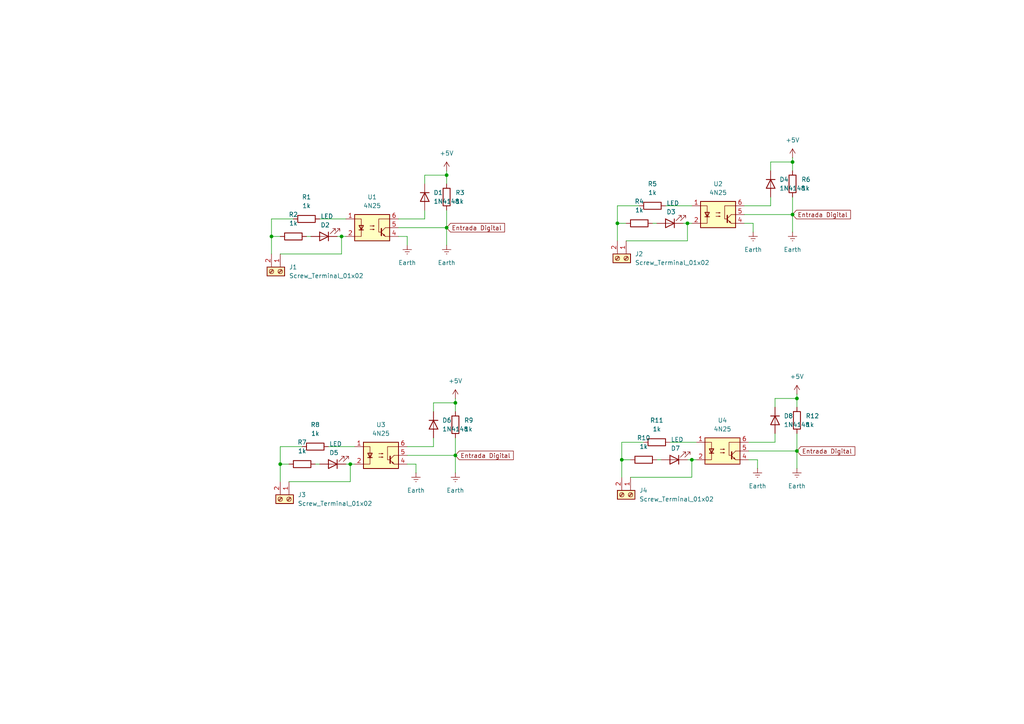
<source format=kicad_sch>
(kicad_sch (version 20231120) (generator "eeschema") (generator_version "8.0")
  (paper "A4")
  (lib_symbols
    (symbol "Connector:Screw_Terminal_01x02" (pin_names (offset 1.016) hide)
      (property "Reference" "J" (at 0 2.54 0))
      (property "Value" "Screw_Terminal_01x02" (at 0 -5.08 0))
      (symbol "Screw_Terminal_01x02_1_1"
        (rectangle (start -1.27 1.27) (end 1.27 -3.81) (stroke (width 0.254)) (fill (type background)))
        (circle (center 0 -2.54) (radius 0.635) (stroke (width 0.1524)))
        (polyline (pts (xy -0.5334 -2.2098) (xy 0.3302 -3.048)) (stroke (width 0.1524)))
        (polyline (pts (xy -0.5334 0.3302) (xy 0.3302 -0.508)) (stroke (width 0.1524)))
        (polyline (pts (xy -0.3556 -2.032) (xy 0.508 -2.8702)) (stroke (width 0.1524)))
        (polyline (pts (xy -0.3556 0.508) (xy 0.508 -0.3302)) (stroke (width 0.1524)))
        (circle (center 0 0) (radius 0.635) (stroke (width 0.1524)))
        (pin passive line (at -5.08 0 0) (length 3.81) (name "Pin_1") (number "1"))
        (pin passive line (at -5.08 -2.54 0) (length 3.81) (name "Pin_2") (number "2"))
      )
    )
    (symbol "Device:LED" (pin_numbers hide) (pin_names (offset 1.016) hide)
      (property "Reference" "D" (at 0 2.54 0))
      (property "Value" "LED" (at 0 -2.54 0))
      (symbol "LED_0_1"
        (polyline (pts (xy -1.27 -1.27) (xy -1.27 1.27)) (stroke (width 0.254)))
        (polyline (pts (xy -1.27 0) (xy 1.27 0)))
        (polyline (pts (xy 1.27 -1.27) (xy 1.27 1.27) (xy -1.27 0) (xy 1.27 -1.27)) (stroke (width 0.254)))
        (polyline (pts (xy -3.048 -0.762) (xy -4.572 -2.286) (xy -3.81 -2.286) (xy -4.572 -2.286) (xy -4.572 -1.524)))
        (polyline (pts (xy -1.778 -0.762) (xy -3.302 -2.286) (xy -2.54 -2.286) (xy -3.302 -2.286) (xy -3.302 -1.524)))
      )
      (symbol "LED_1_1"
        (pin passive line (at -3.81 0 0) (length 2.54) (name "K") (number "1"))
        (pin passive line (at 3.81 0 180) (length 2.54) (name "A") (number "2"))
      )
    )
    (symbol "Device:R" (pin_numbers hide) (pin_names (offset 0))
      (property "Reference" "R" (at 2.032 0 90))
      (property "Value" "R" (at 0 0 90))
      (symbol "R_0_1"
        (rectangle (start -1.016 -2.54) (end 1.016 2.54) (stroke (width 0.254)))
      )
      (symbol "R_1_1"
        (pin passive line (at 0 3.81 270) (length 1.27) (name "~") (number "1"))
        (pin passive line (at 0 -3.81 90) (length 1.27) (name "~") (number "2"))
      )
    )
    (symbol "Diode:1N4148" (pin_numbers hide) (pin_names hide)
      (property "Reference" "D" (at 0 2.54 0))
      (property "Value" "1N4148" (at 0 -2.54 0))
      (symbol "1N4148_0_1"
        (polyline (pts (xy -1.27 1.27) (xy -1.27 -1.27)) (stroke (width 0.254)))
        (polyline (pts (xy 1.27 0) (xy -1.27 0)))
        (polyline (pts (xy 1.27 1.27) (xy 1.27 -1.27) (xy -1.27 0) (xy 1.27 1.27)) (stroke (width 0.254)))
      )
      (symbol "1N4148_1_1"
        (pin passive line (at -3.81 0 0) (length 2.54) (name "K") (number "1"))
        (pin passive line (at 3.81 0 180) (length 2.54) (name "A") (number "2"))
      )
    )
    (symbol "Isolator:4N25" (pin_names (offset 1.016))
      (property "Reference" "U" (at -5.08 5.08 0))
      (property "Value" "4N25" (at 0 5.08 0))
      (symbol "4N25_0_1"
        (rectangle (start -5.08 3.81) (end 5.08 -3.81) (stroke (width 0.254)) (fill (type background)))
        (polyline (pts (xy -3.81 -0.635) (xy -2.54 -0.635)) (stroke (width 0.254)))
        (polyline (pts (xy 2.667 -1.397) (xy 3.81 -2.54)))
        (polyline (pts (xy 2.667 -1.143) (xy 3.81 0)))
        (polyline (pts (xy 3.81 -2.54) (xy 5.08 -2.54)))
        (polyline (pts (xy 3.81 0) (xy 5.08 0)))
        (polyline (pts (xy 2.667 -0.254) (xy 2.667 -2.286) (xy 2.667 -2.286)) (stroke (width 0.3556)))
        (polyline (pts (xy -5.08 -2.54) (xy -3.175 -2.54) (xy -3.175 2.54) (xy -5.08 2.54)))
        (polyline (pts (xy -3.175 -0.635) (xy -3.81 0.635) (xy -2.54 0.635) (xy -3.175 -0.635)) (stroke (width 0.254)))
        (polyline (pts (xy 3.683 -2.413) (xy 3.429 -1.905) (xy 3.175 -2.159) (xy 3.683 -2.413)))
        (polyline (pts (xy 5.08 2.54) (xy 1.905 2.54) (xy 1.905 -1.27) (xy 2.54 -1.27)))
        (polyline (pts (xy -0.635 -0.508) (xy 0.635 -0.508) (xy 0.254 -0.635) (xy 0.254 -0.381) (xy 0.635 -0.508)))
        (polyline (pts (xy -0.635 0.508) (xy 0.635 0.508) (xy 0.254 0.381) (xy 0.254 0.635) (xy 0.635 0.508)))
      )
      (symbol "4N25_1_1"
        (pin passive line (at -7.62 2.54 0) (length 2.54) (name "~") (number "1"))
        (pin passive line (at -7.62 -2.54 0) (length 2.54) (name "~") (number "2"))
        (pin no_connect line (at -5.08 0 0) (length 2.54) hide (name "NC") (number "3"))
        (pin passive line (at 7.62 -2.54 180) (length 2.54) (name "~") (number "4"))
        (pin passive line (at 7.62 0 180) (length 2.54) (name "~") (number "5"))
        (pin passive line (at 7.62 2.54 180) (length 2.54) (name "~") (number "6"))
      )
    )
    (symbol "power:+5V" (power) (pin_numbers hide) (pin_names (offset 0) hide)
      (property "Value" "+5V" (at 0 3.556 0))
      (symbol "+5V_0_1"
        (polyline (pts (xy -0.762 1.27) (xy 0 2.54)))
        (polyline (pts (xy 0 0) (xy 0 2.54)))
        (polyline (pts (xy 0 2.54) (xy 0.762 1.27)))
      )
      (symbol "+5V_1_1"
        (pin power_in line (at 0 0 90) (length 0) (name "~") (number "1"))
      )
    )
    (symbol "power:Earth" (power) (pin_numbers hide) (pin_names (offset 0) hide)
      (property "Value" "Earth" (at 0 -3.81 0))
      (symbol "Earth_0_1"
        (polyline (pts (xy -0.635 -1.905) (xy 0.635 -1.905)))
        (polyline (pts (xy -0.127 -2.54) (xy 0.127 -2.54)))
        (polyline (pts (xy 0 -1.27) (xy 0 0)))
        (polyline (pts (xy 1.27 -1.27) (xy -1.27 -1.27)))
      )
      (symbol "Earth_1_1"
        (pin power_in line (at 0 0 270) (length 0) (name "~") (number "1"))
      )
    )
  )
  (junction (at 81.28 134.62))
  (junction (at 101.6 134.62))
  (junction (at 231.14 115.57))
  (junction (at 180.34 133.35))
  (junction (at 129.54 50.8))
  (junction (at 132.08 132.08))
  (junction (at 78.74 68.58))
  (junction (at 132.08 116.84))
  (junction (at 199.39 64.77))
  (junction (at 99.06 68.58))
  (junction (at 229.87 46.99))
  (junction (at 231.14 130.81))
  (junction (at 179.07 64.77))
  (junction (at 200.66 133.35))
  (junction (at 129.54 66.04))
  (junction (at 229.87 62.23))
  (wire (pts (xy 179.07 64.77) (xy 181.61 64.77)))
  (wire (pts (xy 231.14 115.57) (xy 231.14 118.11)))
  (wire (pts (xy 189.23 64.77) (xy 190.5 64.77)))
  (wire (pts (xy 231.14 125.73) (xy 231.14 130.81)))
  (wire (pts (xy 180.34 128.27) (xy 186.69 128.27)))
  (wire (pts (xy 132.08 116.84) (xy 132.08 119.38)))
  (wire (pts (xy 99.06 73.66) (xy 99.06 68.58)))
  (wire (pts (xy 199.39 69.85) (xy 199.39 64.77)))
  (wire (pts (xy 81.28 73.66) (xy 99.06 73.66)))
  (wire (pts (xy 180.34 128.27) (xy 180.34 133.35)))
  (wire (pts (xy 78.74 63.5) (xy 85.09 63.5)))
  (wire (pts (xy 88.9 68.58) (xy 90.17 68.58)))
  (wire (pts (xy 78.74 68.58) (xy 81.28 68.58)))
  (wire (pts (xy 199.39 64.77) (xy 200.66 64.77)))
  (wire (pts (xy 78.74 63.5) (xy 78.74 68.58)))
  (wire (pts (xy 199.39 133.35) (xy 200.66 133.35)))
  (wire (pts (xy 182.88 138.43) (xy 200.66 138.43)))
  (wire (pts (xy 194.31 128.27) (xy 201.93 128.27)))
  (wire (pts (xy 83.82 139.7) (xy 101.6 139.7)))
  (wire (pts (xy 132.08 127) (xy 132.08 132.08)))
  (wire (pts (xy 81.28 129.54) (xy 87.63 129.54)))
  (wire (pts (xy 231.14 130.81) (xy 231.14 135.89)))
  (wire (pts (xy 99.06 68.58) (xy 100.33 68.58)))
  (wire (pts (xy 81.28 129.54) (xy 81.28 134.62)))
  (wire (pts (xy 118.11 68.58) (xy 118.11 71.12)))
  (wire (pts (xy 78.74 68.58) (xy 78.74 73.66)))
  (wire (pts (xy 218.44 64.77) (xy 218.44 67.31)))
  (wire (pts (xy 229.87 62.23) (xy 229.87 67.31)))
  (wire (pts (xy 97.79 68.58) (xy 99.06 68.58)))
  (wire (pts (xy 180.34 133.35) (xy 182.88 133.35)))
  (wire (pts (xy 132.08 132.08) (xy 132.08 137.16)))
  (wire (pts (xy 217.17 130.81) (xy 231.14 130.81)))
  (wire (pts (xy 81.28 134.62) (xy 83.82 134.62)))
  (wire (pts (xy 115.57 68.58) (xy 118.11 68.58)))
  (wire (pts (xy 224.79 118.11) (xy 224.79 115.57)))
  (wire (pts (xy 118.11 134.62) (xy 120.65 134.62)))
  (wire (pts (xy 129.54 60.96) (xy 129.54 66.04)))
  (wire (pts (xy 125.73 116.84) (xy 132.08 116.84)))
  (wire (pts (xy 224.79 115.57) (xy 231.14 115.57)))
  (wire (pts (xy 179.07 59.69) (xy 185.42 59.69)))
  (wire (pts (xy 223.52 59.69) (xy 215.9 59.69)))
  (wire (pts (xy 217.17 133.35) (xy 219.71 133.35)))
  (wire (pts (xy 125.73 119.38) (xy 125.73 116.84)))
  (wire (pts (xy 200.66 133.35) (xy 201.93 133.35)))
  (wire (pts (xy 180.34 133.35) (xy 180.34 138.43)))
  (wire (pts (xy 115.57 66.04) (xy 129.54 66.04)))
  (wire (pts (xy 229.87 45.72) (xy 229.87 46.99)))
  (wire (pts (xy 81.28 134.62) (xy 81.28 139.7)))
  (wire (pts (xy 100.33 134.62) (xy 101.6 134.62)))
  (wire (pts (xy 229.87 46.99) (xy 229.87 49.53)))
  (wire (pts (xy 101.6 139.7) (xy 101.6 134.62)))
  (wire (pts (xy 223.52 49.53) (xy 223.52 46.99)))
  (wire (pts (xy 129.54 66.04) (xy 129.54 71.12)))
  (wire (pts (xy 200.66 138.43) (xy 200.66 133.35)))
  (wire (pts (xy 219.71 133.35) (xy 219.71 135.89)))
  (wire (pts (xy 118.11 132.08) (xy 132.08 132.08)))
  (wire (pts (xy 125.73 129.54) (xy 118.11 129.54)))
  (wire (pts (xy 224.79 125.73) (xy 224.79 128.27)))
  (wire (pts (xy 223.52 57.15) (xy 223.52 59.69)))
  (wire (pts (xy 92.71 63.5) (xy 100.33 63.5)))
  (wire (pts (xy 190.5 133.35) (xy 191.77 133.35)))
  (wire (pts (xy 181.61 69.85) (xy 199.39 69.85)))
  (wire (pts (xy 95.25 129.54) (xy 102.87 129.54)))
  (wire (pts (xy 129.54 50.8) (xy 129.54 53.34)))
  (wire (pts (xy 125.73 127) (xy 125.73 129.54)))
  (wire (pts (xy 215.9 62.23) (xy 229.87 62.23)))
  (wire (pts (xy 132.08 115.57) (xy 132.08 116.84)))
  (wire (pts (xy 123.19 60.96) (xy 123.19 63.5)))
  (wire (pts (xy 120.65 134.62) (xy 120.65 137.16)))
  (wire (pts (xy 223.52 46.99) (xy 229.87 46.99)))
  (wire (pts (xy 123.19 50.8) (xy 129.54 50.8)))
  (wire (pts (xy 215.9 64.77) (xy 218.44 64.77)))
  (wire (pts (xy 179.07 59.69) (xy 179.07 64.77)))
  (wire (pts (xy 229.87 57.15) (xy 229.87 62.23)))
  (wire (pts (xy 91.44 134.62) (xy 92.71 134.62)))
  (wire (pts (xy 198.12 64.77) (xy 199.39 64.77)))
  (wire (pts (xy 231.14 114.3) (xy 231.14 115.57)))
  (wire (pts (xy 123.19 53.34) (xy 123.19 50.8)))
  (wire (pts (xy 101.6 134.62) (xy 102.87 134.62)))
  (wire (pts (xy 123.19 63.5) (xy 115.57 63.5)))
  (wire (pts (xy 129.54 49.53) (xy 129.54 50.8)))
  (wire (pts (xy 179.07 64.77) (xy 179.07 69.85)))
  (wire (pts (xy 224.79 128.27) (xy 217.17 128.27)))
  (wire (pts (xy 193.04 59.69) (xy 200.66 59.69)))
  (global_label "Entrada Digital" (shape input) (at 129.54 66.04 0) (property "Intersheetrefs" "${INTERSHEET_REFS}" (effects (hide yes))))
  (global_label "Entrada Digital" (shape input) (at 229.87 62.23 0) (property "Intersheetrefs" "${INTERSHEET_REFS}" (effects (hide yes))))
  (global_label "Entrada Digital" (shape input) (at 132.08 132.08 0) (property "Intersheetrefs" "${INTERSHEET_REFS}" (effects (hide yes))))
  (global_label "Entrada Digital" (shape input) (at 231.14 130.81 0) (property "Intersheetrefs" "${INTERSHEET_REFS}" (effects (hide yes))))
  (symbol (lib_id "Device:R") (at 87.63 134.62 90) (unit 1)
    (property "Reference" "R7" (at 87.63 128.27 90))
    (property "Value" "1k" (at 87.63 130.81 90))
    (property "Description" "Resistor" (effects (hide yes)))
  )
  (symbol (lib_id "Device:LED") (at 96.52 134.62 180) (unit 1)
    (property "Reference" "D5" (at 95.504 131.318 0) (effects (justify right)))
    (property "Value" "LED" (at 95.504 128.778 0) (effects (justify right)))
    (property "Description" "Light emitting diode" (effects (hide yes)))
  )
  (symbol (lib_id "power:Earth") (at 231.14 135.89 0) (mirror y) (unit 1)
    (property "Reference" "#PWR012" (effects (hide yes)))
    (property "Value" "Earth" (at 231.14 140.97 0))
    (property "Description" "Power symbol creates a global label with name \"Earth\"" (effects (hide yes)))
  )
  (symbol (lib_id "Connector:Screw_Terminal_01x02") (at 182.88 143.51 270) (unit 1)
    (property "Reference" "J4" (at 185.42 142.2399 90) (effects (justify left)))
    (property "Value" "Screw_Terminal_01x02" (at 185.42 144.7799 90) (effects (justify left)))
    (property "Description" "Generic screw terminal, single row, 01x02, script generated (kicad-library-utils/schlib/autogen/connector/)" (effects (hide yes)))
  )
  (symbol (lib_id "Device:R") (at 229.87 53.34 0) (unit 1)
    (property "Reference" "R6" (at 232.41 52.0699 0) (effects (justify left)))
    (property "Value" "1k" (at 232.41 54.6099 0) (effects (justify left)))
    (property "Description" "Resistor" (effects (hide yes)))
  )
  (symbol (lib_id "Diode:1N4148") (at 224.79 121.92 270) (unit 1)
    (property "Reference" "D8" (at 227.33 120.6499 90) (effects (justify left)))
    (property "Value" "1N4148" (at 227.33 123.1899 90) (effects (justify left)))
    (property "Footprint" "Diode_THT:D_DO-35_SOD27_P7.62mm_Horizontal" (effects (hide yes)))
    (property "Datasheet" "https://assets.nexperia.com/documents/data-sheet/1N4148_1N4448.pdf" (effects (hide yes)))
    (property "Description" "100V 0.15A standard switching diode, DO-35" (effects (hide yes)))
    (property "Sim.Device" "D" (effects (hide yes)))
    (property "Sim.Pins" "1=K 2=A" (effects (hide yes)))
  )
  (symbol (lib_id "Device:LED") (at 195.58 133.35 180) (unit 1)
    (property "Reference" "D7" (at 194.564 130.048 0) (effects (justify right)))
    (property "Value" "LED" (at 194.564 127.508 0) (effects (justify right)))
    (property "Description" "Light emitting diode" (effects (hide yes)))
  )
  (symbol (lib_id "Diode:1N4148") (at 123.19 57.15 270) (unit 1)
    (property "Reference" "D1" (at 125.73 55.8799 90) (effects (justify left)))
    (property "Value" "1N4148" (at 125.73 58.4199 90) (effects (justify left)))
    (property "Footprint" "Diode_THT:D_DO-35_SOD27_P7.62mm_Horizontal" (effects (hide yes)))
    (property "Datasheet" "https://assets.nexperia.com/documents/data-sheet/1N4148_1N4448.pdf" (effects (hide yes)))
    (property "Description" "100V 0.15A standard switching diode, DO-35" (effects (hide yes)))
    (property "Sim.Device" "D" (effects (hide yes)))
    (property "Sim.Pins" "1=K 2=A" (effects (hide yes)))
  )
  (symbol (lib_id "Device:R") (at 85.09 68.58 90) (unit 1)
    (property "Reference" "R2" (at 85.09 62.23 90))
    (property "Value" "1k" (at 85.09 64.77 90))
    (property "Description" "Resistor" (effects (hide yes)))
  )
  (symbol (lib_id "Device:R") (at 132.08 123.19 0) (unit 1)
    (property "Reference" "R9" (at 134.62 121.9199 0) (effects (justify left)))
    (property "Value" "1k" (at 134.62 124.4599 0) (effects (justify left)))
    (property "Description" "Resistor" (effects (hide yes)))
  )
  (symbol (lib_id "power:Earth") (at 129.54 71.12 0) (mirror y) (unit 1)
    (property "Reference" "#PWR01" (effects (hide yes)))
    (property "Value" "Earth" (at 129.54 76.2 0))
    (property "Description" "Power symbol creates a global label with name \"Earth\"" (effects (hide yes)))
  )
  (symbol (lib_id "Isolator:4N25") (at 110.49 132.08 0) (unit 1)
    (property "Reference" "U3" (at 110.49 123.19 0))
    (property "Value" "4N25" (at 110.49 125.73 0))
    (property "Footprint" "Package_DIP:DIP-6_W7.62mm" (effects (hide yes)))
    (property "Datasheet" "https://www.vishay.com/docs/83725/4n25.pdf" (effects (hide yes)))
    (property "Description" "DC Optocoupler Base Connected, Vce 30V, CTR 20%, Viso 2500V, DIP6" (effects (hide yes)))
  )
  (symbol (lib_id "power:Earth") (at 118.11 71.12 0) (unit 1)
    (property "Reference" "#PWR03" (effects (hide yes)))
    (property "Value" "Earth" (at 118.11 76.2 0))
    (property "Description" "Power symbol creates a global label with name \"Earth\"" (effects (hide yes)))
  )
  (symbol (lib_id "power:Earth") (at 120.65 137.16 0) (unit 1)
    (property "Reference" "#PWR07" (effects (hide yes)))
    (property "Value" "Earth" (at 120.65 142.24 0))
    (property "Description" "Power symbol creates a global label with name \"Earth\"" (effects (hide yes)))
  )
  (symbol (lib_id "Device:R") (at 129.54 57.15 0) (unit 1)
    (property "Reference" "R3" (at 132.08 55.8799 0) (effects (justify left)))
    (property "Value" "1k" (at 132.08 58.4199 0) (effects (justify left)))
    (property "Description" "Resistor" (effects (hide yes)))
  )
  (symbol (lib_id "Diode:1N4148") (at 223.52 53.34 270) (unit 1)
    (property "Reference" "D4" (at 226.06 52.0699 90) (effects (justify left)))
    (property "Value" "1N4148" (at 226.06 54.6099 90) (effects (justify left)))
    (property "Footprint" "Diode_THT:D_DO-35_SOD27_P7.62mm_Horizontal" (effects (hide yes)))
    (property "Datasheet" "https://assets.nexperia.com/documents/data-sheet/1N4148_1N4448.pdf" (effects (hide yes)))
    (property "Description" "100V 0.15A standard switching diode, DO-35" (effects (hide yes)))
    (property "Sim.Device" "D" (effects (hide yes)))
    (property "Sim.Pins" "1=K 2=A" (effects (hide yes)))
  )
  (symbol (lib_id "power:Earth") (at 229.87 67.31 0) (mirror y) (unit 1)
    (property "Reference" "#PWR06" (effects (hide yes)))
    (property "Value" "Earth" (at 229.87 72.39 0))
    (property "Description" "Power symbol creates a global label with name \"Earth\"" (effects (hide yes)))
  )
  (symbol (lib_id "Device:LED") (at 194.31 64.77 180) (unit 1)
    (property "Reference" "D3" (at 193.294 61.468 0) (effects (justify right)))
    (property "Value" "LED" (at 193.294 58.928 0) (effects (justify right)))
    (property "Description" "Light emitting diode" (effects (hide yes)))
  )
  (symbol (lib_id "Device:R") (at 185.42 64.77 90) (unit 1)
    (property "Reference" "R4" (at 185.42 58.42 90))
    (property "Value" "1k" (at 185.42 60.96 90))
    (property "Description" "Resistor" (effects (hide yes)))
  )
  (symbol (lib_id "power:Earth") (at 219.71 135.89 0) (unit 1)
    (property "Reference" "#PWR010" (effects (hide yes)))
    (property "Value" "Earth" (at 219.71 140.97 0))
    (property "Description" "Power symbol creates a global label with name \"Earth\"" (effects (hide yes)))
  )
  (symbol (lib_id "Device:R") (at 231.14 121.92 0) (unit 1)
    (property "Reference" "R12" (at 233.68 120.6499 0) (effects (justify left)))
    (property "Value" "1k" (at 233.68 123.1899 0) (effects (justify left)))
    (property "Description" "Resistor" (effects (hide yes)))
  )
  (symbol (lib_id "Diode:1N4148") (at 125.73 123.19 270) (unit 1)
    (property "Reference" "D6" (at 128.27 121.9199 90) (effects (justify left)))
    (property "Value" "1N4148" (at 128.27 124.4599 90) (effects (justify left)))
    (property "Footprint" "Diode_THT:D_DO-35_SOD27_P7.62mm_Horizontal" (effects (hide yes)))
    (property "Datasheet" "https://assets.nexperia.com/documents/data-sheet/1N4148_1N4448.pdf" (effects (hide yes)))
    (property "Description" "100V 0.15A standard switching diode, DO-35" (effects (hide yes)))
    (property "Sim.Device" "D" (effects (hide yes)))
    (property "Sim.Pins" "1=K 2=A" (effects (hide yes)))
  )
  (symbol (lib_id "Connector:Screw_Terminal_01x02") (at 181.61 74.93 270) (unit 1)
    (property "Reference" "J2" (at 184.15 73.6599 90) (effects (justify left)))
    (property "Value" "Screw_Terminal_01x02" (at 184.15 76.1999 90) (effects (justify left)))
    (property "Description" "Generic screw terminal, single row, 01x02, script generated (kicad-library-utils/schlib/autogen/connector/)" (effects (hide yes)))
  )
  (symbol (lib_id "Connector:Screw_Terminal_01x02") (at 81.28 78.74 270) (unit 1)
    (property "Reference" "J1" (at 83.82 77.4699 90) (effects (justify left)))
    (property "Value" "Screw_Terminal_01x02" (at 83.82 80.0099 90) (effects (justify left)))
    (property "Description" "Generic screw terminal, single row, 01x02, script generated (kicad-library-utils/schlib/autogen/connector/)" (effects (hide yes)))
  )
  (symbol (lib_id "Device:R") (at 189.23 59.69 90) (unit 1)
    (property "Reference" "R5" (at 189.23 53.34 90))
    (property "Value" "1k" (at 189.23 55.88 90))
    (property "Description" "Resistor" (effects (hide yes)))
  )
  (symbol (lib_id "Isolator:4N25") (at 107.95 66.04 0) (unit 1)
    (property "Reference" "U1" (at 107.95 57.15 0))
    (property "Value" "4N25" (at 107.95 59.69 0))
    (property "Footprint" "Package_DIP:DIP-6_W7.62mm" (effects (hide yes)))
    (property "Datasheet" "https://www.vishay.com/docs/83725/4n25.pdf" (effects (hide yes)))
    (property "Description" "DC Optocoupler Base Connected, Vce 30V, CTR 20%, Viso 2500V, DIP6" (effects (hide yes)))
  )
  (symbol (lib_id "Isolator:4N25") (at 209.55 130.81 0) (unit 1)
    (property "Reference" "U4" (at 209.55 121.92 0))
    (property "Value" "4N25" (at 209.55 124.46 0))
    (property "Footprint" "Package_DIP:DIP-6_W7.62mm" (effects (hide yes)))
    (property "Datasheet" "https://www.vishay.com/docs/83725/4n25.pdf" (effects (hide yes)))
    (property "Description" "DC Optocoupler Base Connected, Vce 30V, CTR 20%, Viso 2500V, DIP6" (effects (hide yes)))
  )
  (symbol (lib_id "Device:LED") (at 93.98 68.58 180) (unit 1)
    (property "Reference" "D2" (at 92.964 65.278 0) (effects (justify right)))
    (property "Value" "LED" (at 92.964 62.738 0) (effects (justify right)))
    (property "Description" "Light emitting diode" (effects (hide yes)))
  )
  (symbol (lib_id "power:+5V") (at 132.08 115.57 0) (unit 1)
    (property "Reference" "#PWR08" (effects (hide yes)))
    (property "Value" "+5V" (at 132.08 110.49 0))
    (property "Description" "Power symbol creates a global label with name \"+5V\"" (effects (hide yes)))
  )
  (symbol (lib_id "power:Earth") (at 132.08 137.16 0) (mirror y) (unit 1)
    (property "Reference" "#PWR09" (effects (hide yes)))
    (property "Value" "Earth" (at 132.08 142.24 0))
    (property "Description" "Power symbol creates a global label with name \"Earth\"" (effects (hide yes)))
  )
  (symbol (lib_id "Device:R") (at 186.69 133.35 90) (unit 1)
    (property "Reference" "R10" (at 186.69 127 90))
    (property "Value" "1k" (at 186.69 129.54 90))
    (property "Description" "Resistor" (effects (hide yes)))
  )
  (symbol (lib_id "Device:R") (at 88.9 63.5 90) (unit 1)
    (property "Reference" "R1" (at 88.9 57.15 90))
    (property "Value" "1k" (at 88.9 59.69 90))
    (property "Description" "Resistor" (effects (hide yes)))
  )
  (symbol (lib_id "power:+5V") (at 129.54 49.53 0) (unit 1)
    (property "Reference" "#PWR02" (effects (hide yes)))
    (property "Value" "+5V" (at 129.54 44.45 0))
    (property "Description" "Power symbol creates a global label with name \"+5V\"" (effects (hide yes)))
  )
  (symbol (lib_id "Device:R") (at 190.5 128.27 90) (unit 1)
    (property "Reference" "R11" (at 190.5 121.92 90))
    (property "Value" "1k" (at 190.5 124.46 90))
    (property "Description" "Resistor" (effects (hide yes)))
  )
  (symbol (lib_id "Connector:Screw_Terminal_01x02") (at 83.82 144.78 270) (unit 1)
    (property "Reference" "J3" (at 86.36 143.5099 90) (effects (justify left)))
    (property "Value" "Screw_Terminal_01x02" (at 86.36 146.0499 90) (effects (justify left)))
    (property "Description" "Generic screw terminal, single row, 01x02, script generated (kicad-library-utils/schlib/autogen/connector/)" (effects (hide yes)))
  )
  (symbol (lib_id "Device:R") (at 91.44 129.54 90) (unit 1)
    (property "Reference" "R8" (at 91.44 123.19 90))
    (property "Value" "1k" (at 91.44 125.73 90))
    (property "Description" "Resistor" (effects (hide yes)))
  )
  (symbol (lib_id "Isolator:4N25") (at 208.28 62.23 0) (unit 1)
    (property "Reference" "U2" (at 208.28 53.34 0))
    (property "Value" "4N25" (at 208.28 55.88 0))
    (property "Footprint" "Package_DIP:DIP-6_W7.62mm" (effects (hide yes)))
    (property "Datasheet" "https://www.vishay.com/docs/83725/4n25.pdf" (effects (hide yes)))
    (property "Description" "DC Optocoupler Base Connected, Vce 30V, CTR 20%, Viso 2500V, DIP6" (effects (hide yes)))
  )
  (symbol (lib_id "power:+5V") (at 229.87 45.72 0) (unit 1)
    (property "Reference" "#PWR05" (effects (hide yes)))
    (property "Value" "+5V" (at 229.87 40.64 0))
    (property "Description" "Power symbol creates a global label with name \"+5V\"" (effects (hide yes)))
  )
  (symbol (lib_id "power:Earth") (at 218.44 67.31 0) (unit 1)
    (property "Reference" "#PWR04" (effects (hide yes)))
    (property "Value" "Earth" (at 218.44 72.39 0))
    (property "Description" "Power symbol creates a global label with name \"Earth\"" (effects (hide yes)))
  )
  (symbol (lib_id "power:+5V") (at 231.14 114.3 0) (unit 1)
    (property "Reference" "#PWR011" (effects (hide yes)))
    (property "Value" "+5V" (at 231.14 109.22 0))
    (property "Description" "Power symbol creates a global label with name \"+5V\"" (effects (hide yes)))
  )
)
</source>
